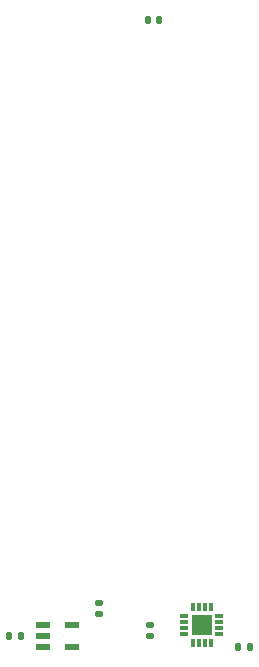
<source format=gbr>
%TF.GenerationSoftware,KiCad,Pcbnew,9.0.2*%
%TF.CreationDate,2025-06-27T21:37:16+02:00*%
%TF.ProjectId,flex_aufsatz,666c6578-5f61-4756-9673-61747a2e6b69,rev?*%
%TF.SameCoordinates,Original*%
%TF.FileFunction,Paste,Top*%
%TF.FilePolarity,Positive*%
%FSLAX46Y46*%
G04 Gerber Fmt 4.6, Leading zero omitted, Abs format (unit mm)*
G04 Created by KiCad (PCBNEW 9.0.2) date 2025-06-27 21:37:16*
%MOMM*%
%LPD*%
G01*
G04 APERTURE LIST*
G04 Aperture macros list*
%AMRoundRect*
0 Rectangle with rounded corners*
0 $1 Rounding radius*
0 $2 $3 $4 $5 $6 $7 $8 $9 X,Y pos of 4 corners*
0 Add a 4 corners polygon primitive as box body*
4,1,4,$2,$3,$4,$5,$6,$7,$8,$9,$2,$3,0*
0 Add four circle primitives for the rounded corners*
1,1,$1+$1,$2,$3*
1,1,$1+$1,$4,$5*
1,1,$1+$1,$6,$7*
1,1,$1+$1,$8,$9*
0 Add four rect primitives between the rounded corners*
20,1,$1+$1,$2,$3,$4,$5,0*
20,1,$1+$1,$4,$5,$6,$7,0*
20,1,$1+$1,$6,$7,$8,$9,0*
20,1,$1+$1,$8,$9,$2,$3,0*%
G04 Aperture macros list end*
%ADD10R,1.250000X0.600000*%
%ADD11RoundRect,0.140000X-0.140000X-0.170000X0.140000X-0.170000X0.140000X0.170000X-0.140000X0.170000X0*%
%ADD12RoundRect,0.140000X0.170000X-0.140000X0.170000X0.140000X-0.170000X0.140000X-0.170000X-0.140000X0*%
%ADD13RoundRect,0.140000X-0.170000X0.140000X-0.170000X-0.140000X0.170000X-0.140000X0.170000X0.140000X0*%
%ADD14R,0.800000X0.300000*%
%ADD15R,0.300000X0.800000*%
%ADD16R,1.750000X1.750000*%
G04 APERTURE END LIST*
D10*
%TO.C,IC1*%
X100750000Y-156850000D03*
X100750000Y-157800000D03*
X100750000Y-158750000D03*
X103250000Y-158750000D03*
X103250000Y-156850000D03*
%TD*%
D11*
%TO.C,C2*%
X117290000Y-158750000D03*
X118250000Y-158750000D03*
%TD*%
D12*
%TO.C,C1*%
X109800000Y-157780000D03*
X109800000Y-156820000D03*
%TD*%
D13*
%TO.C,C6*%
X105500000Y-154970000D03*
X105500000Y-155930000D03*
%TD*%
D14*
%TO.C,U1*%
X115700000Y-157600000D03*
X115700000Y-157100000D03*
X115700000Y-156600000D03*
X115700000Y-156100000D03*
D15*
X114950000Y-155350000D03*
X114450000Y-155350000D03*
X113950000Y-155350000D03*
X113450000Y-155350000D03*
D14*
X112700000Y-156100000D03*
X112700000Y-156600000D03*
X112700000Y-157100000D03*
X112700000Y-157600000D03*
D15*
X113450000Y-158350000D03*
X113950000Y-158350000D03*
X114450000Y-158350000D03*
X114950000Y-158350000D03*
D16*
X114200000Y-156850000D03*
%TD*%
D11*
%TO.C,C3*%
X97920000Y-157800000D03*
X98880000Y-157800000D03*
%TD*%
%TO.C,C4*%
X109650000Y-105600000D03*
X110610000Y-105600000D03*
%TD*%
M02*

</source>
